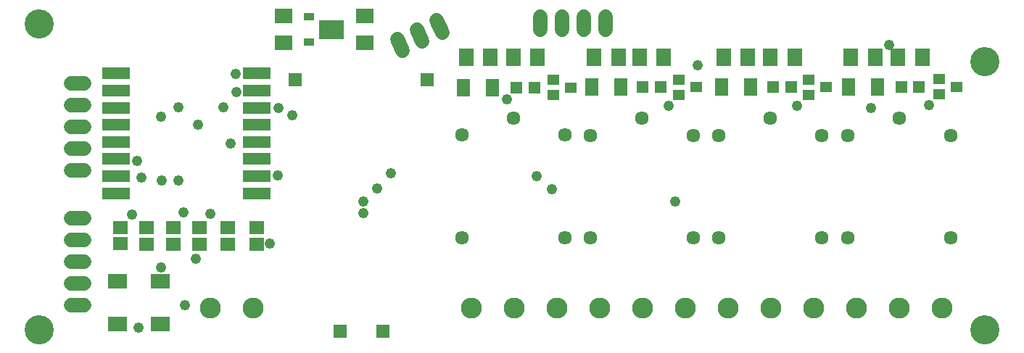
<source format=gts>
G75*
%MOIN*%
%OFA0B0*%
%FSLAX25Y25*%
%IPPOS*%
%LPD*%
%AMOC8*
5,1,8,0,0,1.08239X$1,22.5*
%
%ADD10C,0.13398*%
%ADD11R,0.08674X0.07099*%
%ADD12R,0.06706X0.05918*%
%ADD13R,0.06312X0.07887*%
%ADD14R,0.05524X0.05524*%
%ADD15R,0.07099X0.07898*%
%ADD16C,0.09658*%
%ADD17R,0.12611X0.05524*%
%ADD18C,0.06343*%
%ADD19R,0.05950X0.05950*%
%ADD20R,0.05300X0.04800*%
%ADD21C,0.06800*%
%ADD22R,0.05131X0.03556*%
%ADD23R,0.11824X0.08674*%
%ADD24R,0.07887X0.07099*%
%ADD25C,0.04762*%
D10*
X0015047Y0015992D03*
X0014937Y0156724D03*
X0449724Y0139319D03*
X0449732Y0016071D03*
D11*
X0070559Y0018846D03*
X0051091Y0018846D03*
X0051091Y0038531D03*
X0070559Y0038531D03*
D12*
X0076622Y0055520D03*
X0088669Y0055539D03*
X0101799Y0055559D03*
X0115185Y0055579D03*
X0115185Y0063059D03*
X0101799Y0063039D03*
X0088669Y0063020D03*
X0076622Y0063000D03*
X0064417Y0063059D03*
X0052311Y0063098D03*
X0052311Y0055618D03*
X0064417Y0055579D03*
D13*
X0210126Y0127528D03*
X0223512Y0127528D03*
X0268945Y0127646D03*
X0282331Y0127646D03*
X0328551Y0127606D03*
X0341937Y0127606D03*
X0386996Y0127783D03*
X0400382Y0127783D03*
D14*
X0411248Y0127803D03*
X0419516Y0127803D03*
X0360717Y0127606D03*
X0352449Y0127606D03*
X0300717Y0127646D03*
X0292449Y0127646D03*
X0242646Y0127528D03*
X0234378Y0127528D03*
D15*
X0232913Y0141386D03*
X0222417Y0141386D03*
X0211220Y0141386D03*
X0244110Y0141386D03*
X0270039Y0141386D03*
X0281236Y0141386D03*
X0290984Y0141386D03*
X0302181Y0141386D03*
X0329646Y0141425D03*
X0340843Y0141425D03*
X0351024Y0141425D03*
X0362220Y0141425D03*
X0388091Y0141366D03*
X0399287Y0141366D03*
X0409764Y0141386D03*
X0420961Y0141386D03*
D16*
X0430185Y0026169D03*
X0410500Y0026169D03*
X0390815Y0026169D03*
X0371031Y0026150D03*
X0351346Y0026150D03*
X0331661Y0026150D03*
X0312173Y0026150D03*
X0292488Y0026150D03*
X0272803Y0026150D03*
X0253197Y0026150D03*
X0233512Y0026150D03*
X0213827Y0026150D03*
X0113453Y0026012D03*
X0093768Y0026012D03*
D17*
X0114870Y0078866D03*
X0114870Y0086740D03*
X0114870Y0094614D03*
X0114870Y0102488D03*
X0114870Y0110362D03*
X0114870Y0118236D03*
X0114870Y0126110D03*
X0114870Y0133984D03*
X0050303Y0133984D03*
X0050303Y0126110D03*
X0050303Y0118236D03*
X0050303Y0110362D03*
X0050303Y0102488D03*
X0050303Y0094614D03*
X0050303Y0086740D03*
X0050303Y0078866D03*
D18*
X0209496Y0058354D03*
X0256740Y0058354D03*
X0268472Y0058276D03*
X0315717Y0058276D03*
X0327528Y0058315D03*
X0374772Y0058315D03*
X0386642Y0058256D03*
X0433886Y0058256D03*
X0433886Y0105500D03*
X0410264Y0113374D03*
X0386642Y0105500D03*
X0374772Y0105559D03*
X0351150Y0113433D03*
X0327528Y0105559D03*
X0315717Y0105520D03*
X0292094Y0113394D03*
X0268472Y0105520D03*
X0256740Y0105598D03*
X0233118Y0113472D03*
X0209496Y0105598D03*
D19*
X0193492Y0131228D03*
X0132862Y0131228D03*
X0153335Y0015480D03*
X0173020Y0015480D03*
D20*
X0251520Y0124028D03*
X0259520Y0127528D03*
X0251520Y0131028D03*
X0309197Y0131185D03*
X0317197Y0127685D03*
X0309197Y0124185D03*
X0368567Y0124106D03*
X0376567Y0127606D03*
X0368567Y0131106D03*
X0428685Y0131264D03*
X0436685Y0127764D03*
X0428685Y0124264D03*
D21*
X0275402Y0153937D02*
X0275402Y0159937D01*
X0265402Y0159937D02*
X0265402Y0153937D01*
X0255402Y0153937D02*
X0255402Y0159937D01*
X0245402Y0159937D02*
X0245402Y0153937D01*
X0200260Y0152893D02*
X0197724Y0158331D01*
X0188661Y0154105D02*
X0191197Y0148667D01*
X0182134Y0144441D02*
X0179598Y0149879D01*
X0035843Y0129339D02*
X0029843Y0129339D01*
X0029843Y0119339D02*
X0035843Y0119339D01*
X0035843Y0109339D02*
X0029843Y0109339D01*
X0029843Y0099339D02*
X0035843Y0099339D01*
X0035843Y0089339D02*
X0029843Y0089339D01*
X0029606Y0067370D02*
X0035606Y0067370D01*
X0035606Y0057370D02*
X0029606Y0057370D01*
X0029606Y0047370D02*
X0035606Y0047370D01*
X0035606Y0037370D02*
X0029606Y0037370D01*
X0029606Y0027370D02*
X0035606Y0027370D01*
D22*
X0138925Y0148315D03*
X0138925Y0160126D03*
D23*
X0149358Y0154220D03*
D24*
X0164693Y0148049D03*
X0164693Y0160549D03*
X0127370Y0160549D03*
X0127370Y0148049D03*
D25*
X0105402Y0133630D03*
X0105598Y0125402D03*
X0099535Y0118551D03*
X0088000Y0110559D03*
X0071031Y0114142D03*
X0079063Y0118315D03*
X0103197Y0101898D03*
X0131504Y0114811D03*
X0124890Y0118197D03*
X0060126Y0093630D03*
X0061898Y0085992D03*
X0071425Y0084811D03*
X0079063Y0084732D03*
X0081425Y0070047D03*
X0093748Y0069299D03*
X0120913Y0055874D03*
X0087055Y0048591D03*
X0070874Y0044732D03*
X0081898Y0027409D03*
X0060835Y0017094D03*
X0057606Y0068945D03*
X0124693Y0087055D03*
X0163866Y0075165D03*
X0164063Y0069693D03*
X0170283Y0081110D03*
X0176858Y0088157D03*
X0243709Y0086819D03*
X0250835Y0080874D03*
X0307449Y0075126D03*
X0397488Y0117961D03*
X0423984Y0119457D03*
X0363512Y0119024D03*
X0317803Y0137803D03*
X0304299Y0119142D03*
X0230047Y0121937D03*
X0405638Y0147173D03*
M02*

</source>
